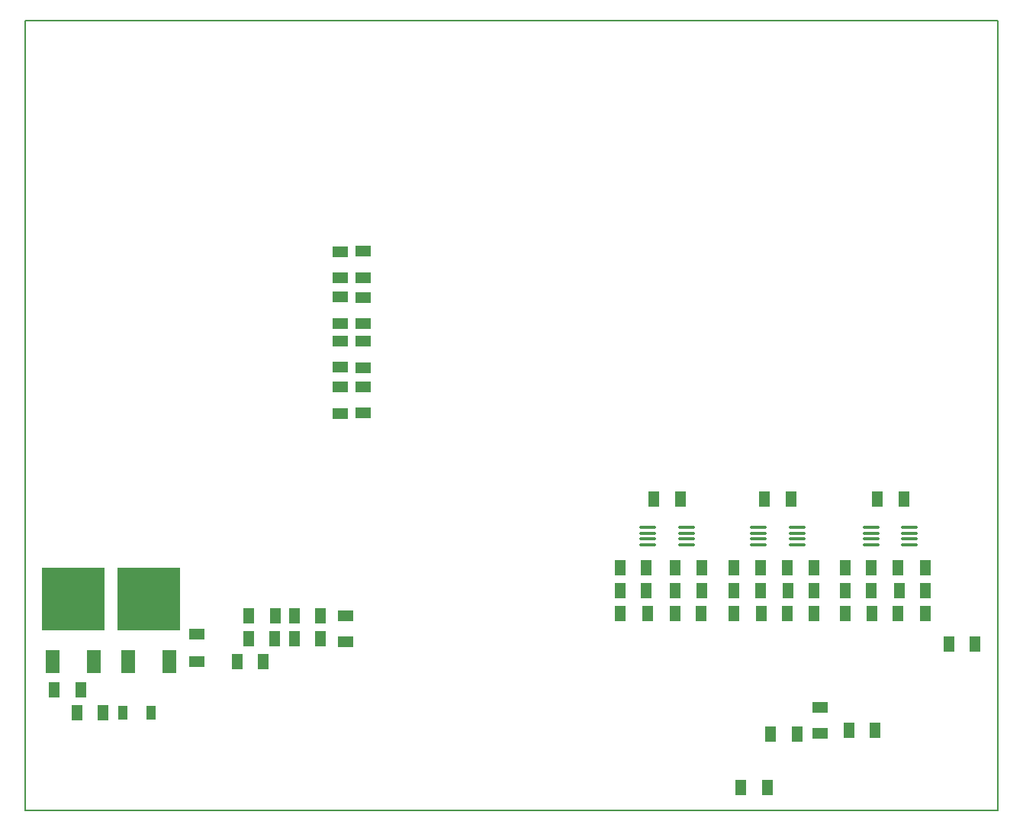
<source format=gbr>
G04 PROTEUS GERBER X2 FILE*
%TF.GenerationSoftware,Labcenter,Proteus,8.7-SP3-Build25561*%
%TF.CreationDate,2021-06-30T06:14:37+00:00*%
%TF.FileFunction,Paste,Bot*%
%TF.FilePolarity,Positive*%
%TF.Part,Single*%
%TF.SameCoordinates,{77f9167f-24a0-473a-9e88-04ab24b8f88e}*%
%FSLAX45Y45*%
%MOMM*%
G01*
%TA.AperFunction,Material*%
%ADD101R,1.803400X1.143000*%
%TA.AperFunction,Material*%
%ADD92R,6.985000X6.985000*%
%ADD93R,1.524000X2.540000*%
%TA.AperFunction,Material*%
%ADD96R,1.143000X1.803400*%
%AMPPAD076*
4,1,36,
0.901700,-0.025400,
0.901700,0.025400,
0.898160,0.061750,
0.887980,0.095370,
0.871810,0.125600,
0.850300,0.151800,
0.824110,0.173310,
0.793870,0.189480,
0.760250,0.199660,
0.723900,0.203200,
-0.723900,0.203200,
-0.760250,0.199660,
-0.793870,0.189480,
-0.824110,0.173310,
-0.850300,0.151800,
-0.871810,0.125600,
-0.887980,0.095370,
-0.898160,0.061750,
-0.901700,0.025400,
-0.901700,-0.025400,
-0.898160,-0.061750,
-0.887980,-0.095370,
-0.871810,-0.125600,
-0.850300,-0.151800,
-0.824110,-0.173310,
-0.793870,-0.189480,
-0.760250,-0.199660,
-0.723900,-0.203200,
0.723900,-0.203200,
0.760250,-0.199660,
0.793870,-0.189480,
0.824110,-0.173310,
0.850300,-0.151800,
0.871810,-0.125600,
0.887980,-0.095370,
0.898160,-0.061750,
0.901700,-0.025400,
0*%
%TA.AperFunction,Material*%
%ADD86PPAD076*%
%TA.AperFunction,Material*%
%ADD107R,1.016000X1.524000*%
%TA.AperFunction,Profile*%
%ADD41C,0.203200*%
%TD.AperFunction*%
D101*
X+2413000Y-716000D03*
X+2413000Y-1016000D03*
X+2413000Y-218000D03*
X+2413000Y-508000D03*
X+2667000Y-208000D03*
X+2667000Y-508000D03*
X+2667000Y-726000D03*
X+2667000Y-1016000D03*
D92*
X-546100Y-4071620D03*
D93*
X-317500Y-4762500D03*
X-774700Y-4762500D03*
D92*
X+292100Y-4071620D03*
D93*
X+520700Y-4762500D03*
X+63500Y-4762500D03*
D96*
X-462000Y-5080000D03*
X-762000Y-5080000D03*
D101*
X+825500Y-4762500D03*
X+825500Y-4462500D03*
X+2667000Y-1206500D03*
X+2667000Y-1506500D03*
X+2413000Y-1714500D03*
X+2413000Y-2014500D03*
X+2667000Y-1714500D03*
X+2667000Y-2004500D03*
X+2413000Y-1206500D03*
X+2413000Y-1496500D03*
D86*
X+6259000Y-3273402D03*
X+6259000Y-3338402D03*
X+6259000Y-3403402D03*
X+6259000Y-3468402D03*
X+5829000Y-3468402D03*
X+5829000Y-3403402D03*
X+5829000Y-3338402D03*
X+5829000Y-3273402D03*
X+7486107Y-3273033D03*
X+7486107Y-3338033D03*
X+7486107Y-3403033D03*
X+7486107Y-3468033D03*
X+7056107Y-3468033D03*
X+7056107Y-3403033D03*
X+7056107Y-3338033D03*
X+7056107Y-3273033D03*
X+8735869Y-3274533D03*
X+8735869Y-3339533D03*
X+8735869Y-3404533D03*
X+8735869Y-3469533D03*
X+8305869Y-3469533D03*
X+8305869Y-3404533D03*
X+8305869Y-3339533D03*
X+8305869Y-3274533D03*
D96*
X+6195500Y-2957402D03*
X+5895500Y-2957402D03*
X+7422607Y-2957033D03*
X+7122607Y-2957033D03*
X+8672369Y-2958533D03*
X+8372369Y-2958533D03*
X+6432000Y-3719402D03*
X+6132000Y-3719402D03*
X+7676607Y-3719033D03*
X+7376607Y-3719033D03*
X+8908869Y-3719033D03*
X+8608869Y-3719033D03*
X+6432000Y-3973402D03*
X+6132000Y-3973402D03*
X+5824500Y-4227402D03*
X+5524500Y-4227402D03*
X+5524500Y-3719402D03*
X+5814500Y-3719402D03*
X+6422000Y-4227402D03*
X+6132000Y-4227402D03*
X+5814500Y-3973402D03*
X+5524500Y-3973402D03*
X+6787607Y-3719033D03*
X+7077607Y-3719033D03*
X+7676607Y-3973033D03*
X+7386607Y-3973033D03*
X+7077607Y-3973033D03*
X+6787607Y-3973033D03*
X+8019869Y-3719033D03*
X+8309869Y-3719033D03*
X+8908869Y-3973033D03*
X+8618869Y-3973033D03*
X+8309869Y-3973033D03*
X+8019869Y-3973033D03*
X+7087607Y-4227033D03*
X+6787607Y-4227033D03*
X+7676607Y-4227033D03*
X+7376607Y-4227033D03*
X+8319869Y-4227033D03*
X+8019869Y-4227033D03*
X+8908869Y-4227033D03*
X+8608869Y-4227033D03*
X+7158000Y-6159500D03*
X+6858000Y-6159500D03*
X+1697000Y-4254500D03*
X+1397000Y-4254500D03*
D107*
X+0Y-5334000D03*
X+314960Y-5334000D03*
D96*
X+8064500Y-5524500D03*
X+8354500Y-5524500D03*
X+7193500Y-5570499D03*
X+7483500Y-5570499D03*
D101*
X+7737500Y-5560500D03*
X+7737500Y-5270500D03*
D96*
X+9171500Y-4572000D03*
X+9461500Y-4572000D03*
X-218000Y-5334000D03*
X-508000Y-5334000D03*
X+1905000Y-4508500D03*
X+2195000Y-4508500D03*
X+1905000Y-4254500D03*
X+2195000Y-4254500D03*
X+1397000Y-4508500D03*
X+1687000Y-4508500D03*
X+1560000Y-4762500D03*
X+1270000Y-4762500D03*
D101*
X+2476500Y-4544500D03*
X+2476500Y-4254500D03*
D41*
X-1079500Y-6413500D02*
X+9715500Y-6413500D01*
X+9715500Y+2349500D01*
X-1079500Y+2349500D01*
X-1079500Y-6413500D01*
M02*

</source>
